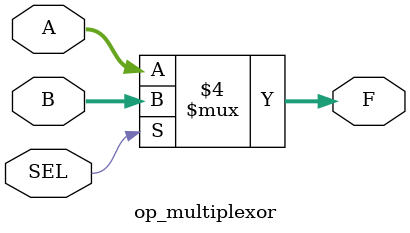
<source format=v>
module op_multiplexor(
output reg [15:0] F, 
input [15:0] A,
input [15:0] B,
input SEL);
	always begin
		if (~SEL)
			F = A;
		else
			F = B;
	end
endmodule

</source>
